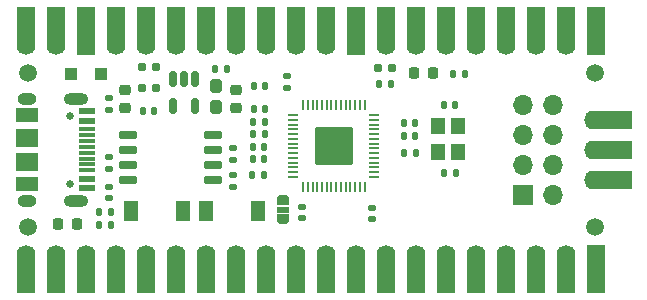
<source format=gbr>
%TF.GenerationSoftware,KiCad,Pcbnew,8.0.1*%
%TF.CreationDate,2024-04-07T18:53:55+05:30*%
%TF.ProjectId,Mitayi-Pico-RP2040,4d697461-7969-42d5-9069-636f2d525032,0.6*%
%TF.SameCoordinates,PX73df160PY5f2d3c0*%
%TF.FileFunction,Soldermask,Top*%
%TF.FilePolarity,Negative*%
%FSLAX46Y46*%
G04 Gerber Fmt 4.6, Leading zero omitted, Abs format (unit mm)*
G04 Created by KiCad (PCBNEW 8.0.1) date 2024-04-07 18:53:55*
%MOMM*%
%LPD*%
G01*
G04 APERTURE LIST*
G04 Aperture macros list*
%AMRoundRect*
0 Rectangle with rounded corners*
0 $1 Rounding radius*
0 $2 $3 $4 $5 $6 $7 $8 $9 X,Y pos of 4 corners*
0 Add a 4 corners polygon primitive as box body*
4,1,4,$2,$3,$4,$5,$6,$7,$8,$9,$2,$3,0*
0 Add four circle primitives for the rounded corners*
1,1,$1+$1,$2,$3*
1,1,$1+$1,$4,$5*
1,1,$1+$1,$6,$7*
1,1,$1+$1,$8,$9*
0 Add four rect primitives between the rounded corners*
20,1,$1+$1,$2,$3,$4,$5,0*
20,1,$1+$1,$4,$5,$6,$7,0*
20,1,$1+$1,$6,$7,$8,$9,0*
20,1,$1+$1,$8,$9,$2,$3,0*%
%AMFreePoly0*
4,1,15,-0.425000,0.160000,-0.413415,0.247998,-0.363512,0.355016,-0.280016,0.438512,-0.172998,0.488415,-0.085000,0.500000,0.425000,0.500000,0.425000,-0.500000,-0.085000,-0.500000,-0.172998,-0.488415,-0.280016,-0.438512,-0.363512,-0.355016,-0.413415,-0.247998,-0.425000,-0.160000,-0.425000,0.160000,-0.425000,0.160000,$1*%
%AMFreePoly1*
4,1,15,-0.425000,0.500000,0.085000,0.500000,0.172998,0.488415,0.280016,0.438512,0.363512,0.355016,0.413415,0.247998,0.425000,0.160000,0.425000,-0.160000,0.413415,-0.247998,0.363512,-0.355016,0.280016,-0.438512,0.172998,-0.488415,0.085000,-0.500000,-0.425000,-0.500000,-0.425000,0.500000,-0.425000,0.500000,$1*%
G04 Aperture macros list end*
%ADD10FreePoly0,270.000000*%
%ADD11R,1.000000X0.500000*%
%ADD12FreePoly1,270.000000*%
%ADD13R,1.600000X3.200000*%
%ADD14O,1.600000X1.700000*%
%ADD15R,1.600000X1.700000*%
%ADD16RoundRect,0.160000X-0.197500X-0.160000X0.197500X-0.160000X0.197500X0.160000X-0.197500X0.160000X0*%
%ADD17RoundRect,0.218750X0.218750X0.256250X-0.218750X0.256250X-0.218750X-0.256250X0.218750X-0.256250X0*%
%ADD18RoundRect,0.140000X0.140000X0.170000X-0.140000X0.170000X-0.140000X-0.170000X0.140000X-0.170000X0*%
%ADD19RoundRect,0.140000X-0.170000X0.140000X-0.170000X-0.140000X0.170000X-0.140000X0.170000X0.140000X0*%
%ADD20RoundRect,0.225000X-0.250000X0.225000X-0.250000X-0.225000X0.250000X-0.225000X0.250000X0.225000X0*%
%ADD21RoundRect,0.135000X-0.185000X0.135000X-0.185000X-0.135000X0.185000X-0.135000X0.185000X0.135000X0*%
%ADD22RoundRect,0.135000X0.135000X0.185000X-0.135000X0.185000X-0.135000X-0.185000X0.135000X-0.185000X0*%
%ADD23C,1.500000*%
%ADD24RoundRect,0.135000X-0.135000X-0.185000X0.135000X-0.185000X0.135000X0.185000X-0.135000X0.185000X0*%
%ADD25RoundRect,0.140000X0.170000X-0.140000X0.170000X0.140000X-0.170000X0.140000X-0.170000X-0.140000X0*%
%ADD26RoundRect,0.050000X0.050000X-0.387500X0.050000X0.387500X-0.050000X0.387500X-0.050000X-0.387500X0*%
%ADD27RoundRect,0.050000X0.387500X-0.050000X0.387500X0.050000X-0.387500X0.050000X-0.387500X-0.050000X0*%
%ADD28RoundRect,0.144000X1.456000X-1.456000X1.456000X1.456000X-1.456000X1.456000X-1.456000X-1.456000X0*%
%ADD29RoundRect,0.140000X-0.140000X-0.170000X0.140000X-0.170000X0.140000X0.170000X-0.140000X0.170000X0*%
%ADD30RoundRect,0.150000X0.650000X0.150000X-0.650000X0.150000X-0.650000X-0.150000X0.650000X-0.150000X0*%
%ADD31R,3.200000X1.600000*%
%ADD32O,1.700000X1.600000*%
%ADD33RoundRect,0.160000X0.197500X0.160000X-0.197500X0.160000X-0.197500X-0.160000X0.197500X-0.160000X0*%
%ADD34RoundRect,0.225000X0.250000X-0.225000X0.250000X0.225000X-0.250000X0.225000X-0.250000X-0.225000X0*%
%ADD35C,0.650000*%
%ADD36R,1.450000X0.600000*%
%ADD37R,1.450000X0.300000*%
%ADD38O,2.100000X1.000000*%
%ADD39O,1.600000X1.000000*%
%ADD40R,1.200000X1.400000*%
%ADD41R,1.000000X1.000000*%
%ADD42R,1.900000X1.200000*%
%ADD43R,1.900000X1.500000*%
%ADD44R,1.150000X1.700000*%
%ADD45RoundRect,0.250000X0.275000X-0.312500X0.275000X0.312500X-0.275000X0.312500X-0.275000X-0.312500X0*%
%ADD46RoundRect,0.135000X0.185000X-0.135000X0.185000X0.135000X-0.185000X0.135000X-0.185000X-0.135000X0*%
%ADD47RoundRect,0.150000X-0.150000X0.512500X-0.150000X-0.512500X0.150000X-0.512500X0.150000X0.512500X0*%
%ADD48R,1.700000X1.700000*%
%ADD49O,1.700000X1.700000*%
G04 APERTURE END LIST*
D10*
%TO.C,JP6*%
X23035000Y6265000D03*
D11*
X23035000Y5435000D03*
D12*
X23035000Y4605000D03*
%TD*%
D13*
%TO.C,J4*%
X1300000Y21010000D03*
D14*
X1300000Y19400000D03*
D13*
X3840000Y21010000D03*
D14*
X3840000Y19400000D03*
D13*
X6380000Y21010000D03*
D15*
X6380000Y19400000D03*
D13*
X8920000Y21010000D03*
D14*
X8920000Y19400000D03*
D13*
X11460000Y21010000D03*
D14*
X11460000Y19400000D03*
D13*
X14000000Y21010000D03*
D14*
X14000000Y19400000D03*
D13*
X16540000Y21010000D03*
D14*
X16540000Y19400000D03*
D13*
X19080000Y21010000D03*
D14*
X19080000Y19400000D03*
D13*
X21620000Y21010000D03*
D14*
X21620000Y19400000D03*
D13*
X24160000Y21010000D03*
D14*
X24160000Y19400000D03*
D13*
X26700000Y21010000D03*
D14*
X26700000Y19400000D03*
D13*
X29240000Y21010000D03*
D15*
X29240000Y19400000D03*
D13*
X31780000Y21010000D03*
D14*
X31780000Y19400000D03*
D13*
X34320000Y21010000D03*
D14*
X34320000Y19400000D03*
D13*
X36860000Y21010000D03*
D14*
X36860000Y19400000D03*
D13*
X39400000Y21010000D03*
D14*
X39400000Y19400000D03*
D13*
X41940000Y21010000D03*
D14*
X41940000Y19400000D03*
D13*
X44480000Y21010000D03*
D14*
X44480000Y19400000D03*
D13*
X47020000Y21010000D03*
D14*
X47020000Y19400000D03*
D13*
X49560000Y21010000D03*
D15*
X49560000Y19400000D03*
%TD*%
D13*
%TO.C,J3*%
X1300000Y-10000D03*
D14*
X1300000Y1600000D03*
D13*
X3840000Y-10000D03*
D14*
X3840000Y1600000D03*
D13*
X6380000Y-10000D03*
D14*
X6380000Y1600000D03*
D13*
X8920000Y-10000D03*
D14*
X8920000Y1600000D03*
D13*
X11460000Y-10000D03*
D14*
X11460000Y1600000D03*
D13*
X14000000Y-10000D03*
D14*
X14000000Y1600000D03*
D13*
X16540000Y-10000D03*
D14*
X16540000Y1600000D03*
D13*
X19080000Y-10000D03*
D14*
X19080000Y1600000D03*
D13*
X21620000Y-10000D03*
D14*
X21620000Y1600000D03*
D13*
X24160000Y-10000D03*
D14*
X24160000Y1600000D03*
D13*
X26700000Y-10000D03*
D14*
X26700000Y1600000D03*
D13*
X29240000Y-10000D03*
D14*
X29240000Y1600000D03*
D13*
X31780000Y-10000D03*
D14*
X31780000Y1600000D03*
D13*
X34320000Y-10000D03*
D14*
X34320000Y1600000D03*
D13*
X36860000Y-10000D03*
D14*
X36860000Y1600000D03*
D13*
X39400000Y-10000D03*
D14*
X39400000Y1600000D03*
D13*
X41940000Y-10000D03*
D14*
X41940000Y1600000D03*
D13*
X44480000Y-10000D03*
D14*
X44480000Y1600000D03*
D13*
X47020000Y-10000D03*
D14*
X47020000Y1600000D03*
D13*
X49560000Y-10000D03*
D15*
X49560000Y1600000D03*
%TD*%
D16*
%TO.C,JP5*%
X31112500Y17400000D03*
X32307500Y17400000D03*
%TD*%
D17*
%TO.C,D2*%
X35737500Y17030000D03*
X34162500Y17030000D03*
%TD*%
D18*
%TO.C,C17*%
X37700000Y8510000D03*
X36740000Y8510000D03*
%TD*%
D19*
%TO.C,C12*%
X24670000Y5670000D03*
X24670000Y4710000D03*
%TD*%
D20*
%TO.C,C13*%
X9710000Y15585000D03*
X9710000Y14035000D03*
%TD*%
D19*
%TO.C,C6*%
X30600000Y5560000D03*
X30600000Y4600000D03*
%TD*%
D18*
%TO.C,C11*%
X21550000Y15905000D03*
X20590000Y15905000D03*
%TD*%
%TO.C,C19*%
X8490000Y5240000D03*
X7530000Y5240000D03*
%TD*%
D21*
%TO.C,R2*%
X18830000Y8360000D03*
X18830000Y7340000D03*
%TD*%
D22*
%TO.C,R7*%
X38480000Y16960000D03*
X37460000Y16960000D03*
%TD*%
D23*
%TO.C,H3*%
X49510000Y17000000D03*
%TD*%
D24*
%TO.C,R10*%
X33270000Y10220000D03*
X34290000Y10220000D03*
%TD*%
D25*
%TO.C,C10*%
X23370000Y15750000D03*
X23370000Y16710000D03*
%TD*%
D26*
%TO.C,U3*%
X24770000Y7382500D03*
X25170000Y7382500D03*
X25570000Y7382500D03*
X25970000Y7382500D03*
X26370000Y7382500D03*
X26770000Y7382500D03*
X27170000Y7382500D03*
X27570000Y7382500D03*
X27970000Y7382500D03*
X28370000Y7382500D03*
X28770000Y7382500D03*
X29170000Y7382500D03*
X29570000Y7382500D03*
X29970000Y7382500D03*
D27*
X30807500Y8220000D03*
X30807500Y8620000D03*
X30807500Y9020000D03*
X30807500Y9420000D03*
X30807500Y9820000D03*
X30807500Y10220000D03*
X30807500Y10620000D03*
X30807500Y11020000D03*
X30807500Y11420000D03*
X30807500Y11820000D03*
X30807500Y12220000D03*
X30807500Y12620000D03*
X30807500Y13020000D03*
X30807500Y13420000D03*
D26*
X29970000Y14257500D03*
X29570000Y14257500D03*
X29170000Y14257500D03*
X28770000Y14257500D03*
X28370000Y14257500D03*
X27970000Y14257500D03*
X27570000Y14257500D03*
X27170000Y14257500D03*
X26770000Y14257500D03*
X26370000Y14257500D03*
X25970000Y14257500D03*
X25570000Y14257500D03*
X25170000Y14257500D03*
X24770000Y14257500D03*
D27*
X23932500Y13420000D03*
X23932500Y13020000D03*
X23932500Y12620000D03*
X23932500Y12220000D03*
X23932500Y11820000D03*
X23932500Y11420000D03*
X23932500Y11020000D03*
X23932500Y10620000D03*
X23932500Y10220000D03*
X23932500Y9820000D03*
X23932500Y9420000D03*
X23932500Y9020000D03*
X23932500Y8620000D03*
X23932500Y8220000D03*
D28*
X27370000Y10820000D03*
%TD*%
D24*
%TO.C,R5*%
X20540000Y11825000D03*
X21560000Y11825000D03*
%TD*%
D29*
%TO.C,C2*%
X33290000Y12750000D03*
X34250000Y12750000D03*
%TD*%
D30*
%TO.C,U1*%
X17150000Y7955000D03*
X17150000Y9225000D03*
X17150000Y10495000D03*
X17150000Y11765000D03*
X9950000Y11765000D03*
X9950000Y10495000D03*
X9950000Y9225000D03*
X9950000Y7955000D03*
%TD*%
D18*
%TO.C,C5*%
X21455000Y10720000D03*
X20495000Y10720000D03*
%TD*%
D21*
%TO.C,R1*%
X18830000Y10690000D03*
X18830000Y9670000D03*
%TD*%
D18*
%TO.C,C4*%
X21540000Y13930000D03*
X20580000Y13930000D03*
%TD*%
D25*
%TO.C,C1*%
X8300000Y6430000D03*
X8300000Y7390000D03*
%TD*%
D31*
%TO.C,J5*%
X51010000Y7950000D03*
D32*
X49400000Y7950000D03*
D31*
X51010000Y10490000D03*
D32*
X49400000Y10490000D03*
D31*
X51010000Y13030000D03*
D32*
X49400000Y13030000D03*
%TD*%
D33*
%TO.C,JP1*%
X12347500Y17500000D03*
X11152500Y17500000D03*
%TD*%
D24*
%TO.C,R9*%
X17300000Y17300000D03*
X18320000Y17300000D03*
%TD*%
D18*
%TO.C,C9*%
X34260000Y11630000D03*
X33300000Y11630000D03*
%TD*%
D29*
%TO.C,C8*%
X31210000Y16100000D03*
X32170000Y16100000D03*
%TD*%
D34*
%TO.C,C15*%
X19080000Y14015000D03*
X19080000Y15565000D03*
%TD*%
D23*
%TO.C,H2*%
X49510000Y4000000D03*
%TD*%
D35*
%TO.C,J2*%
X5030000Y13400000D03*
X5030000Y7620000D03*
D36*
X6475000Y13760000D03*
X6475000Y12960000D03*
D37*
X6475000Y11760000D03*
X6475000Y10760000D03*
X6475000Y10260000D03*
X6475000Y9260000D03*
D36*
X6475000Y8060000D03*
X6475000Y7260000D03*
X6475000Y7260000D03*
X6475000Y8060000D03*
D37*
X6475000Y8760000D03*
X6475000Y9760000D03*
X6475000Y11260000D03*
X6475000Y12260000D03*
D36*
X6475000Y12960000D03*
X6475000Y13760000D03*
D38*
X5560000Y14830000D03*
D39*
X1380000Y14830000D03*
D38*
X5560000Y6190000D03*
D39*
X1380000Y6190000D03*
%TD*%
D18*
%TO.C,C16*%
X12160000Y13760000D03*
X11200000Y13760000D03*
%TD*%
D16*
%TO.C,JP4*%
X11152500Y15750000D03*
X12347500Y15750000D03*
%TD*%
D21*
%TO.C,R4*%
X8300000Y9860000D03*
X8300000Y8840000D03*
%TD*%
D40*
%TO.C,Y1*%
X37900000Y10330000D03*
X37900000Y12530000D03*
X36200000Y12530000D03*
X36200000Y10330000D03*
%TD*%
D22*
%TO.C,R8*%
X8490000Y4170000D03*
X7470000Y4170000D03*
%TD*%
D41*
%TO.C,D1*%
X7650000Y16900000D03*
X5150000Y16900000D03*
%TD*%
D17*
%TO.C,D3*%
X5587500Y4200000D03*
X4012500Y4200000D03*
%TD*%
D23*
%TO.C,H4*%
X1510000Y17000000D03*
%TD*%
D42*
%TO.C,J6*%
X1362500Y13410000D03*
D43*
X1362500Y11510000D03*
X1362500Y9510000D03*
D42*
X1362500Y7610000D03*
%TD*%
D23*
%TO.C,H1*%
X1510000Y4000000D03*
%TD*%
D44*
%TO.C,SW1*%
X10225000Y5300000D03*
X14575000Y5300000D03*
%TD*%
D29*
%TO.C,C18*%
X36710000Y14330000D03*
X37670000Y14330000D03*
%TD*%
D18*
%TO.C,C7*%
X21450000Y9720000D03*
X20490000Y9720000D03*
%TD*%
D24*
%TO.C,R6*%
X20540000Y12825000D03*
X21560000Y12825000D03*
%TD*%
D45*
%TO.C,C14*%
X17400000Y14147500D03*
X17400000Y15922500D03*
%TD*%
D46*
%TO.C,R3*%
X8300000Y13890000D03*
X8300000Y14910000D03*
%TD*%
D47*
%TO.C,U2*%
X15620000Y16487500D03*
X14670000Y16487500D03*
X13720000Y16487500D03*
X13720000Y14212500D03*
X15620000Y14212500D03*
%TD*%
D24*
%TO.C,R11*%
X20460000Y8330000D03*
X21480000Y8330000D03*
%TD*%
D44*
%TO.C,SW2*%
X20940000Y5285000D03*
X16590000Y5285000D03*
%TD*%
D48*
%TO.C,J1*%
X43400000Y6675000D03*
D49*
X45940000Y6675000D03*
X43400000Y9215000D03*
X45940000Y9215000D03*
X43400000Y11755000D03*
X45940000Y11755000D03*
X43400000Y14295000D03*
X45940000Y14295000D03*
%TD*%
M02*

</source>
